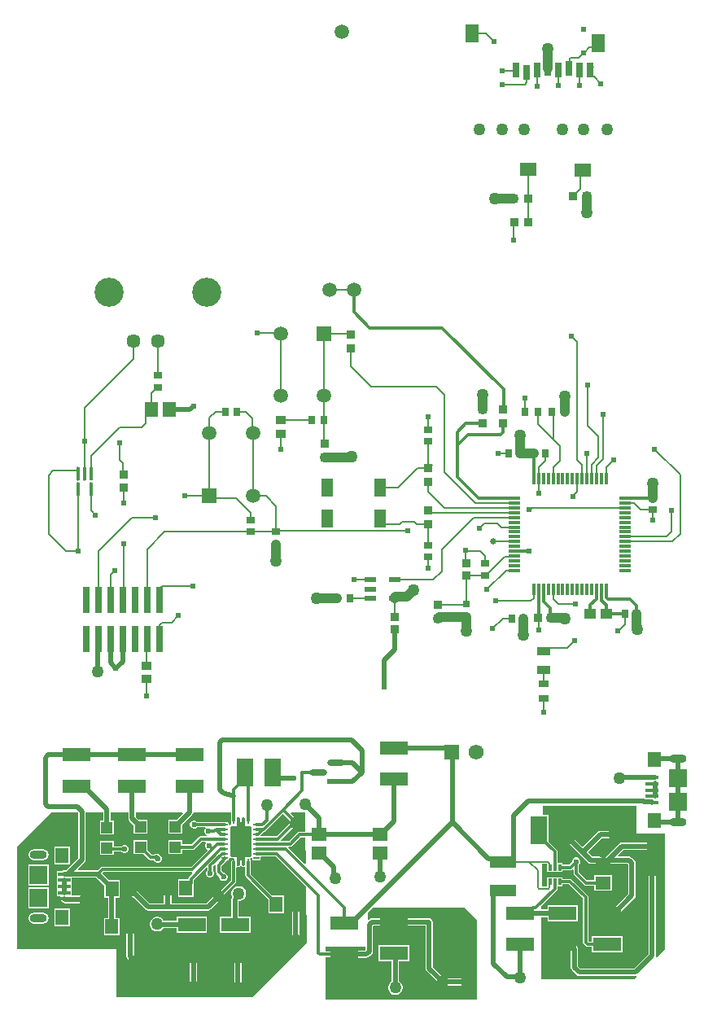
<source format=gtl>
G04*
G04 #@! TF.GenerationSoftware,Altium Limited,Altium Designer,23.4.1 (23)*
G04*
G04 Layer_Physical_Order=1*
G04 Layer_Color=255*
%FSLAX25Y25*%
%MOIN*%
G70*
G04*
G04 #@! TF.SameCoordinates,C2C47735-DA82-4273-8B30-92E5B03AA998*
G04*
G04*
G04 #@! TF.FilePolarity,Positive*
G04*
G01*
G75*
%ADD10C,0.00787*%
%ADD17R,0.02913X0.10984*%
G04:AMPARAMS|DCode=18|XSize=23.62mil|YSize=9.45mil|CornerRadius=1.98mil|HoleSize=0mil|Usage=FLASHONLY|Rotation=0.000|XOffset=0mil|YOffset=0mil|HoleType=Round|Shape=RoundedRectangle|*
%AMROUNDEDRECTD18*
21,1,0.02362,0.00548,0,0,0.0*
21,1,0.01965,0.00945,0,0,0.0*
1,1,0.00397,0.00983,-0.00274*
1,1,0.00397,-0.00983,-0.00274*
1,1,0.00397,-0.00983,0.00274*
1,1,0.00397,0.00983,0.00274*
%
%ADD18ROUNDEDRECTD18*%
G04:AMPARAMS|DCode=19|XSize=71.82mil|YSize=24.33mil|CornerRadius=12.17mil|HoleSize=0mil|Usage=FLASHONLY|Rotation=180.000|XOffset=0mil|YOffset=0mil|HoleType=Round|Shape=RoundedRectangle|*
%AMROUNDEDRECTD19*
21,1,0.07182,0.00000,0,0,180.0*
21,1,0.04749,0.02433,0,0,180.0*
1,1,0.02433,-0.02375,0.00000*
1,1,0.02433,0.02375,0.00000*
1,1,0.02433,0.02375,0.00000*
1,1,0.02433,-0.02375,0.00000*
%
%ADD19ROUNDEDRECTD19*%
%ADD20R,0.04724X0.01181*%
%ADD21R,0.01181X0.04724*%
%ADD22R,0.03150X0.05906*%
%ADD23R,0.07087X0.05512*%
%ADD24R,0.05512X0.07480*%
%ADD25R,0.05315X0.01575*%
%ADD26R,0.05512X0.06299*%
%ADD27R,0.07480X0.07480*%
%ADD28R,0.06150X0.05542*%
%ADD29R,0.11614X0.05709*%
G04:AMPARAMS|DCode=30|XSize=9.45mil|YSize=23.62mil|CornerRadius=1.98mil|HoleSize=0mil|Usage=FLASHONLY|Rotation=0.000|XOffset=0mil|YOffset=0mil|HoleType=Round|Shape=RoundedRectangle|*
%AMROUNDEDRECTD30*
21,1,0.00945,0.01965,0,0,0.0*
21,1,0.00548,0.02362,0,0,0.0*
1,1,0.00397,0.00274,-0.00983*
1,1,0.00397,-0.00274,-0.00983*
1,1,0.00397,-0.00274,0.00983*
1,1,0.00397,0.00274,0.00983*
%
%ADD30ROUNDEDRECTD30*%
%ADD31R,0.05542X0.06150*%
%ADD32R,0.03681X0.03788*%
%ADD33R,0.03772X0.03591*%
%ADD34R,0.03543X0.02953*%
%ADD35R,0.03150X0.03740*%
%ADD36R,0.02953X0.03543*%
%ADD37R,0.03347X0.03543*%
%ADD38R,0.03591X0.03772*%
%ADD39R,0.04724X0.02362*%
%ADD40R,0.03788X0.03681*%
%ADD41R,0.03543X0.03347*%
G04:AMPARAMS|DCode=42|XSize=57.64mil|YSize=14.8mil|CornerRadius=7.4mil|HoleSize=0mil|Usage=FLASHONLY|Rotation=270.000|XOffset=0mil|YOffset=0mil|HoleType=Round|Shape=RoundedRectangle|*
%AMROUNDEDRECTD42*
21,1,0.05764,0.00000,0,0,270.0*
21,1,0.04284,0.01480,0,0,270.0*
1,1,0.01480,0.00000,-0.02142*
1,1,0.01480,0.00000,0.02142*
1,1,0.01480,0.00000,0.02142*
1,1,0.01480,0.00000,-0.02142*
%
%ADD42ROUNDEDRECTD42*%
%ADD43R,0.03740X0.03150*%
%ADD44R,0.02756X0.02559*%
%ADD45R,0.06903X0.11434*%
%ADD46R,0.01221X0.02598*%
%ADD47R,0.04724X0.04724*%
%ADD48R,0.10630X0.04528*%
%ADD49R,0.07182X0.02433*%
%ADD50R,0.03937X0.02953*%
%ADD51R,0.04921X0.04331*%
%ADD52R,0.04134X0.03543*%
%ADD53R,0.05512X0.03543*%
%ADD54R,0.01181X0.04724*%
%ADD55R,0.01480X0.05764*%
%ADD56R,0.05118X0.07480*%
%ADD87C,0.01968*%
%ADD88C,0.07760*%
%ADD89C,0.01968*%
%ADD90C,0.01181*%
%ADD91C,0.03937*%
%ADD92C,0.06201*%
%ADD93R,0.06201X0.06201*%
%ADD94O,0.07087X0.03543*%
%ADD95C,0.05906*%
%ADD96R,0.05906X0.05906*%
%ADD97C,0.05984*%
%ADD98C,0.05693*%
%ADD99C,0.11870*%
%ADD100C,0.02400*%
%ADD101C,0.05000*%
%ADD102C,0.02362*%
%ADD103C,0.02500*%
G36*
X339899Y168499D02*
X340054Y168344D01*
X340138Y168141D01*
X340138Y168032D01*
X340138D01*
X340138Y166516D01*
X340965D01*
Y168032D01*
X340965Y168141D01*
X341048Y168344D01*
X341203Y168499D01*
X341406Y168583D01*
X341516D01*
Y168583D01*
X341752Y168583D01*
X341862D01*
X342064Y168499D01*
X342219Y168344D01*
X342303Y168141D01*
Y168032D01*
X342303D01*
Y164941D01*
X344311Y164941D01*
X344421D01*
X344623Y164857D01*
X344778Y164702D01*
X344862Y164499D01*
Y164390D01*
X344862D01*
X344862Y152933D01*
Y152823D01*
X344778Y152621D01*
X344623Y152466D01*
X344421Y152382D01*
X344311Y152382D01*
X344311D01*
X344311D01*
D01*
X342303Y152382D01*
X342303Y149291D01*
X342303Y149182D01*
X342219Y148979D01*
X342064Y148824D01*
X341862Y148740D01*
X341752Y148740D01*
X341516Y148740D01*
X341406Y148740D01*
X341203Y148824D01*
X341049Y148979D01*
X340965Y149182D01*
Y149291D01*
Y150807D01*
X340138D01*
X340138Y149291D01*
Y149182D01*
X340054Y148979D01*
X339899Y148824D01*
X339696Y148740D01*
X339241D01*
X339038Y148824D01*
X338883Y148979D01*
X338799Y149182D01*
Y149291D01*
X338799Y149291D01*
Y152382D01*
X336682D01*
X336479Y152466D01*
X336324Y152621D01*
X336240Y152823D01*
Y152933D01*
Y152933D01*
Y164390D01*
Y164499D01*
X336324Y164702D01*
X336479Y164857D01*
X336682Y164941D01*
X336791D01*
Y164941D01*
X338799D01*
X338799Y168032D01*
Y168141D01*
X338883Y168344D01*
X339038Y168499D01*
X339241Y168583D01*
X339350D01*
Y168583D01*
X339587Y168583D01*
X339696Y168583D01*
X339899Y168499D01*
D02*
G37*
G36*
X367008Y162885D02*
X366656Y162530D01*
X364568D01*
X364568Y162530D01*
X364142Y162445D01*
X363781Y162204D01*
X360366Y158789D01*
X357132D01*
X356925Y159289D01*
X362264Y164628D01*
X362992D01*
X363571Y164744D01*
X364062Y165072D01*
X364390Y165563D01*
X364506Y166142D01*
X364390Y166721D01*
X364062Y167212D01*
X363571Y167540D01*
X363459Y167562D01*
X361011Y170010D01*
X361202Y170472D01*
X366929D01*
X367008Y162885D01*
D02*
G37*
G36*
X336487Y167126D02*
X336571Y166700D01*
X336612Y166639D01*
Y166143D01*
X336647Y165968D01*
X336652Y165893D01*
X336603Y165767D01*
X336379Y165401D01*
X336272Y165357D01*
X335826Y165518D01*
X335750Y165596D01*
Y165825D01*
X335696Y166098D01*
X335541Y166329D01*
X335310Y166483D01*
X335038Y166537D01*
X334542D01*
X334481Y166578D01*
X334055Y166663D01*
X322722D01*
X322409Y166976D01*
X321791Y167232D01*
X321122D01*
X320504Y166976D01*
X320032Y166504D01*
X319776Y165886D01*
Y165217D01*
X320032Y164599D01*
X320504Y164126D01*
X321122Y163870D01*
X321791D01*
X322409Y164126D01*
X322722Y164439D01*
X325922D01*
X326129Y163939D01*
X325937Y163748D01*
X325681Y163130D01*
Y162461D01*
X325937Y161843D01*
X326410Y161370D01*
X326682Y161258D01*
X326582Y160758D01*
X324213D01*
X323787Y160673D01*
X323426Y160432D01*
X323426Y160432D01*
X320504Y157509D01*
X316528D01*
Y159260D01*
X310803D01*
Y153535D01*
X316528D01*
Y155286D01*
X320964D01*
X320965Y155286D01*
X321390Y155370D01*
X321751Y155611D01*
X324673Y158534D01*
X326075D01*
X326282Y158034D01*
X326134Y157885D01*
X325878Y157267D01*
Y156599D01*
X326134Y155981D01*
X326607Y155508D01*
X326755Y155447D01*
X326852Y154956D01*
X320252Y148356D01*
X283874D01*
X283874Y148356D01*
X283449Y148271D01*
X283088Y148030D01*
X281917Y146860D01*
X274067D01*
X273875Y147322D01*
X276661Y150107D01*
X276661Y150107D01*
X276989Y150598D01*
X277104Y151177D01*
Y170472D01*
X284199D01*
Y167134D01*
X282850D01*
Y161409D01*
X288575D01*
Y167134D01*
X287226D01*
Y170472D01*
X294550D01*
Y168095D01*
X294550Y168095D01*
X294665Y167515D01*
X294993Y167024D01*
X296630Y165387D01*
Y161803D01*
X302354D01*
Y167527D01*
X298770D01*
X297576Y168721D01*
Y170472D01*
X316679D01*
X316870Y170010D01*
X314387Y167527D01*
X310803D01*
Y161803D01*
X316528D01*
Y165387D01*
X320755Y169615D01*
X320755Y169615D01*
X321083Y170106D01*
X321156Y170472D01*
X336487D01*
Y167126D01*
D02*
G37*
G36*
X360946Y166930D02*
X360807Y166721D01*
X360706Y166216D01*
X355248Y160758D01*
X348943D01*
X348735Y161258D01*
X350103Y162625D01*
X350347Y162673D01*
X350707Y162915D01*
X357835Y170042D01*
X360946Y166930D01*
D02*
G37*
G36*
X367145Y149649D02*
X366684Y149455D01*
X360074Y156065D01*
X360281Y156565D01*
X360827D01*
X360827Y156565D01*
X361252Y156650D01*
X361613Y156891D01*
X365028Y160306D01*
X367035D01*
X367145Y149649D01*
D02*
G37*
G36*
X502756Y161811D02*
X514173D01*
Y114567D01*
X510994Y111388D01*
X510533Y111634D01*
X510569Y111811D01*
Y146457D01*
X510453Y147036D01*
X510125Y147527D01*
X509634Y147855D01*
X509055Y147970D01*
X508476Y147855D01*
X507985Y147527D01*
X507657Y147036D01*
X507542Y146457D01*
Y112438D01*
X501735Y106631D01*
X479761D01*
X478777Y107615D01*
Y114567D01*
X478662Y115146D01*
X478334Y115637D01*
X478334Y115637D01*
X476464Y117507D01*
X475973Y117835D01*
X475394Y117950D01*
X475394Y117950D01*
X472441D01*
X471862Y117835D01*
X471371Y117507D01*
X471043Y117016D01*
X470927Y116437D01*
X471043Y115858D01*
X471371Y115367D01*
X471862Y115039D01*
X472441Y114924D01*
X474767D01*
X475750Y113940D01*
Y106988D01*
X475750Y106988D01*
X475866Y106409D01*
X476194Y105918D01*
X478064Y104048D01*
X478064Y104048D01*
X478555Y103720D01*
X479134Y103605D01*
X479134Y103605D01*
X502362D01*
X502362Y103605D01*
X502539Y103640D01*
X502785Y103179D01*
X501968Y102362D01*
X463779D01*
Y127719D01*
X466134D01*
Y125878D01*
X478748D01*
Y132587D01*
X466134D01*
Y130746D01*
X463779D01*
Y132286D01*
X469948Y138454D01*
X470189Y138815D01*
X470273Y139240D01*
X470273Y139240D01*
Y140398D01*
X472240D01*
Y141085D01*
X474980D01*
X480778Y135287D01*
Y117227D01*
X480778Y117227D01*
X480863Y116802D01*
X481104Y116441D01*
X481795Y115749D01*
X481795Y115749D01*
X482156Y115508D01*
X482582Y115424D01*
X482582Y115424D01*
X484244D01*
Y113083D01*
X496858D01*
Y119791D01*
X484244D01*
Y117647D01*
X483042D01*
X483002Y117688D01*
Y135748D01*
X483002Y135748D01*
X482917Y136174D01*
X482676Y136534D01*
X476227Y142983D01*
X475867Y143224D01*
X475441Y143309D01*
X475441Y143309D01*
X472240D01*
Y143996D01*
X466083D01*
Y142068D01*
X466065Y141980D01*
Y140281D01*
X464182D01*
X463830Y140637D01*
X463923Y149483D01*
X465902D01*
X466065Y149319D01*
Y148201D01*
X466083Y148113D01*
Y146185D01*
X472240D01*
Y146872D01*
X475543D01*
X475543Y146872D01*
X475969Y146957D01*
X476330Y147198D01*
X476379Y147247D01*
X476841Y147056D01*
Y145669D01*
X476841Y145669D01*
X476926Y145244D01*
X477167Y144883D01*
X481104Y140946D01*
X481104Y140946D01*
X481464Y140705D01*
X481890Y140620D01*
X485401D01*
Y138461D01*
X492551D01*
Y145003D01*
X485401D01*
Y142844D01*
X482350D01*
X479065Y146130D01*
Y149128D01*
X479378Y149441D01*
X479634Y150059D01*
Y150728D01*
X479378Y151346D01*
X478905Y151819D01*
X478287Y152075D01*
X477618D01*
X477001Y151819D01*
X476528Y151346D01*
X476272Y150728D01*
Y150285D01*
X475083Y149096D01*
X472240D01*
Y149783D01*
X470273D01*
Y154449D01*
X470273Y154449D01*
X470189Y154875D01*
X469948Y155236D01*
X469948Y155236D01*
X466627Y158556D01*
Y169418D01*
X464489D01*
X464137Y169773D01*
X464173Y173228D01*
X502756D01*
Y161811D01*
D02*
G37*
G36*
X391695Y114280D02*
X391429Y114013D01*
X383071D01*
X382492Y113898D01*
X382063Y113612D01*
X375197D01*
Y115551D01*
X391695Y115551D01*
Y114280D01*
D02*
G37*
G36*
X437402Y126575D02*
Y93898D01*
X375197D01*
Y111388D01*
X382063D01*
X382492Y111102D01*
X383071Y110987D01*
X392056D01*
X392056Y110987D01*
X392635Y111102D01*
X393126Y111430D01*
X394279Y112583D01*
X394279Y112583D01*
X394607Y113074D01*
X394722Y113653D01*
Y123909D01*
X394989Y124176D01*
X416203D01*
Y106693D01*
X416203Y106693D01*
X416318Y106114D01*
X416646Y105623D01*
X422158Y100111D01*
X422158Y100111D01*
X422649Y99783D01*
X423228Y99668D01*
X423228Y99668D01*
X433071D01*
X433650Y99783D01*
X434141Y100111D01*
X434469Y100602D01*
X434584Y101181D01*
X434469Y101760D01*
X434141Y102251D01*
X433650Y102579D01*
X433071Y102694D01*
X423855D01*
X419230Y107320D01*
Y125689D01*
X419115Y126268D01*
X418787Y126759D01*
X418296Y127087D01*
X417717Y127202D01*
X394362D01*
X393783Y127087D01*
X393292Y126759D01*
X393292Y126759D01*
X392982Y126449D01*
X392520Y126640D01*
Y129651D01*
X394562Y131693D01*
X432283D01*
X437402Y126575D01*
D02*
G37*
G36*
X274077Y170267D02*
Y151804D01*
X269133Y146860D01*
X268283D01*
X267704Y146745D01*
X267538Y146634D01*
X265126D01*
Y144059D01*
Y141500D01*
Y138941D01*
Y136382D01*
X266747D01*
X267014Y135882D01*
X266885Y135689D01*
X266770Y135110D01*
X266885Y134531D01*
X267213Y134040D01*
X267410Y133843D01*
X267410Y133843D01*
X267901Y133515D01*
X268480Y133400D01*
X268480Y133400D01*
X275964D01*
X276192Y133247D01*
X276772Y133132D01*
X277351Y133247D01*
X277842Y133576D01*
X278170Y134067D01*
X278285Y134646D01*
X278170Y135225D01*
X277842Y135716D01*
X277574Y135983D01*
X277083Y136311D01*
X276504Y136427D01*
X276504Y136427D01*
X271441D01*
Y138941D01*
Y143833D01*
X281350D01*
X284523Y140659D01*
Y135649D01*
X286273D01*
Y127343D01*
X284508D01*
Y120193D01*
X291050D01*
Y127343D01*
X289300D01*
Y135649D01*
X291066D01*
Y142799D01*
X286664D01*
X283833Y145630D01*
X284335Y146132D01*
X320679D01*
X320746Y146056D01*
X320917Y145663D01*
X319435Y144181D01*
X319194Y143820D01*
X319110Y143395D01*
X318757Y143091D01*
X314840D01*
Y135941D01*
X321382D01*
Y142983D01*
X326454Y148055D01*
X326916Y147864D01*
Y147010D01*
X326528Y146622D01*
X326272Y146004D01*
Y145335D01*
X326528Y144717D01*
X327000Y144244D01*
X327618Y143988D01*
X328287D01*
X328905Y144244D01*
X329378Y144717D01*
X329634Y145335D01*
Y146004D01*
X329378Y146622D01*
X329140Y146860D01*
Y148363D01*
X329924Y149147D01*
X330385Y148901D01*
X330384Y148898D01*
X330384Y148898D01*
Y146170D01*
X330384Y146169D01*
X330469Y145744D01*
X330710Y145383D01*
X331784Y144310D01*
Y143760D01*
X332039Y143142D01*
X332512Y142669D01*
X333130Y142413D01*
X333799D01*
X334417Y142669D01*
X334890Y143142D01*
X335146Y143760D01*
Y144429D01*
X334890Y145047D01*
X334417Y145520D01*
X333799Y145776D01*
X333463D01*
X332608Y146630D01*
Y148437D01*
X334841Y150670D01*
X334918Y150786D01*
X335038D01*
X335310Y150840D01*
X335541Y150994D01*
X335696Y151225D01*
X335750Y151498D01*
Y151727D01*
X335826Y151805D01*
X336272Y151966D01*
X336475Y151882D01*
X336582D01*
X336682Y151841D01*
X337694D01*
X337707Y151797D01*
X337689Y151713D01*
X337351Y151260D01*
X337173Y151224D01*
X336812Y150983D01*
X336571Y150622D01*
X336487Y150197D01*
Y142783D01*
X331422Y137719D01*
X330917Y137619D01*
X330426Y137291D01*
X326511Y133375D01*
X312143D01*
Y139499D01*
X312143Y139499D01*
X312028Y140078D01*
X311700Y140569D01*
X311684Y140586D01*
X311193Y140914D01*
X310613Y141029D01*
X310034Y140914D01*
X309543Y140586D01*
X309215Y140095D01*
X309100Y139516D01*
X309117Y139433D01*
Y133375D01*
X303281D01*
X298453Y138204D01*
X297962Y138532D01*
X297786Y138567D01*
X296725Y139628D01*
X296690Y139804D01*
X296362Y140295D01*
X295871Y140622D01*
X295292Y140738D01*
X294713Y140622D01*
X294222Y140295D01*
X293894Y139804D01*
X293779Y139224D01*
Y138921D01*
X293779Y138920D01*
X293894Y138341D01*
X294222Y137850D01*
X296009Y136064D01*
X296009Y136064D01*
X296500Y135735D01*
X296676Y135701D01*
X301585Y130792D01*
X301585Y130792D01*
X302076Y130464D01*
X302655Y130349D01*
X302655Y130349D01*
X327137D01*
X327137Y130349D01*
X327716Y130464D01*
X328207Y130792D01*
X332566Y135150D01*
X332894Y135641D01*
X332995Y136147D01*
X338385Y141536D01*
X338385Y141537D01*
X338626Y141897D01*
X338710Y142323D01*
Y147833D01*
X338811Y147959D01*
X339021Y148138D01*
X339210Y148212D01*
X339241Y148199D01*
X339696D01*
X339796Y148240D01*
X339903D01*
X340106Y148324D01*
X340182Y148400D01*
X340202Y148409D01*
X340283Y148441D01*
X340819Y148441D01*
X340900Y148409D01*
X340920Y148400D01*
X340996Y148324D01*
X341199Y148240D01*
X341307Y148240D01*
X341406Y148199D01*
X341516Y148199D01*
X341516Y148199D01*
X341516Y148199D01*
X341752Y148199D01*
X341862Y148199D01*
X341892Y148212D01*
X342180Y148100D01*
X342392Y147833D01*
Y144843D01*
X342392Y144843D01*
X342477Y144417D01*
X342718Y144056D01*
X351846Y134928D01*
Y129350D01*
X358389D01*
Y136500D01*
X353419D01*
X344616Y145303D01*
Y150197D01*
X344531Y150622D01*
X344490Y150684D01*
Y151180D01*
X344455Y151355D01*
X344450Y151430D01*
X344499Y151556D01*
X344724Y151922D01*
X344830Y151966D01*
X345276Y151805D01*
X345352Y151727D01*
Y151498D01*
X345407Y151225D01*
X345561Y150994D01*
X345792Y150840D01*
X346064Y150786D01*
X348030D01*
X348302Y150840D01*
X348533Y150994D01*
X348688Y151225D01*
X348742Y151498D01*
Y152046D01*
X349115Y152510D01*
X354972D01*
X367242Y140240D01*
X367481Y117188D01*
X345313Y94788D01*
X289764D01*
Y114473D01*
X248819D01*
Y156299D01*
X262992Y170472D01*
X273872D01*
X274077Y170267D01*
D02*
G37*
%LPC*%
G36*
X341752Y148740D02*
X341752D01*
D01*
X341752D01*
D02*
G37*
G36*
X288575Y158866D02*
X282850D01*
Y153142D01*
X288575D01*
Y154475D01*
X291573D01*
X291961Y154087D01*
X292579Y153831D01*
X293248D01*
X293866Y154087D01*
X294338Y154560D01*
X294595Y155177D01*
Y155846D01*
X294338Y156464D01*
X293866Y156937D01*
X293248Y157193D01*
X292579D01*
X291961Y156937D01*
X291723Y156699D01*
X288575D01*
Y158866D01*
D02*
G37*
G36*
X302354Y159260D02*
X296630D01*
Y153535D01*
X300782D01*
X302949Y151369D01*
X302949Y151369D01*
X303309Y151128D01*
X303735Y151043D01*
X303735Y151043D01*
X305085D01*
X305100Y151028D01*
X305268Y150622D01*
X305741Y150150D01*
X306359Y149894D01*
X307027D01*
X307645Y150150D01*
X308118Y150622D01*
X308374Y151240D01*
Y151909D01*
X308118Y152527D01*
X307645Y153000D01*
X307240Y153168D01*
X307183Y153225D01*
X306692Y153553D01*
X306113Y153668D01*
X305534Y153553D01*
X305105Y153267D01*
X304195D01*
X302354Y155108D01*
Y159260D01*
D02*
G37*
G36*
X473899Y164714D02*
X473320Y164599D01*
X472829Y164271D01*
X472501Y163780D01*
X472386Y163201D01*
Y160935D01*
X472386Y160935D01*
X472501Y160356D01*
X472829Y159865D01*
X479536Y153158D01*
X479536Y153158D01*
X482764Y149930D01*
X482764Y149930D01*
X483255Y149602D01*
X483834Y149487D01*
X483834Y149487D01*
X486811D01*
X487561Y148736D01*
X487578Y148651D01*
X487906Y148160D01*
X488397Y147832D01*
X488976Y147717D01*
X489280D01*
X489280Y147716D01*
X489859Y147832D01*
X490350Y148160D01*
X491627Y149436D01*
X499007D01*
X499274Y149169D01*
Y137143D01*
X492877Y130746D01*
X490551D01*
X489972Y130630D01*
X489481Y130302D01*
X489153Y129811D01*
X489038Y129232D01*
X489153Y128653D01*
X489481Y128162D01*
X489972Y127834D01*
X490551Y127719D01*
X493504D01*
X493504Y127719D01*
X494083Y127834D01*
X494574Y128162D01*
X501858Y135446D01*
X502185Y135937D01*
X502301Y136516D01*
X502301Y136516D01*
Y149796D01*
X502185Y150375D01*
X501858Y150866D01*
X501858Y150866D01*
X500704Y152019D01*
X500213Y152347D01*
X499634Y152463D01*
X499634Y152463D01*
X495306D01*
X495115Y152925D01*
X497370Y155180D01*
X509055D01*
X509634Y155295D01*
X510125Y155623D01*
X510453Y156114D01*
X510569Y156693D01*
X510453Y157272D01*
X510125Y157763D01*
X509634Y158091D01*
X509055Y158206D01*
X496743D01*
X496164Y158091D01*
X495673Y157763D01*
X495673Y157763D01*
X490293Y152382D01*
X490117Y152347D01*
X489626Y152019D01*
X489092Y151486D01*
X488508Y152070D01*
X488017Y152399D01*
X487437Y152514D01*
X487437Y152514D01*
X484461D01*
X482746Y154228D01*
X488481Y159963D01*
X492972D01*
X492973Y159963D01*
X493552Y160078D01*
X494042Y160406D01*
X494377Y160741D01*
X494705Y161232D01*
X494820Y161811D01*
X494705Y162390D01*
X494377Y162881D01*
X493886Y163209D01*
X493307Y163324D01*
X492728Y163209D01*
X492400Y162990D01*
X487854D01*
X487275Y162874D01*
X486784Y162547D01*
X486784Y162546D01*
X480606Y156369D01*
X475413Y161562D01*
Y163201D01*
X475297Y163780D01*
X474969Y164271D01*
X474478Y164599D01*
X473899Y164714D01*
D02*
G37*
G36*
X409457Y116248D02*
X396843D01*
Y109539D01*
X402424D01*
Y101409D01*
X402095Y101219D01*
X401536Y100661D01*
X401141Y99977D01*
X400937Y99214D01*
Y98424D01*
X401141Y97661D01*
X401536Y96977D01*
X402095Y96418D01*
X402779Y96023D01*
X403542Y95819D01*
X404332D01*
X405095Y96023D01*
X405779Y96418D01*
X406338Y96977D01*
X406733Y97661D01*
X406937Y98424D01*
Y99214D01*
X406733Y99977D01*
X406338Y100661D01*
X405779Y101219D01*
X405450Y101409D01*
Y109539D01*
X409457D01*
Y116248D01*
D02*
G37*
G36*
X259524Y155537D02*
X255980D01*
X255094Y155360D01*
X254343Y154858D01*
X253840Y154107D01*
X253664Y153220D01*
X253840Y152334D01*
X254343Y151583D01*
X255094Y151081D01*
X255980Y150904D01*
X259524D01*
X260410Y151081D01*
X261161Y151583D01*
X261664Y152334D01*
X261840Y153220D01*
X261664Y154107D01*
X261161Y154858D01*
X260410Y155360D01*
X259524Y155537D01*
D02*
G37*
G36*
X270654Y156476D02*
X264142D01*
Y149177D01*
X270654D01*
Y156476D01*
D02*
G37*
G36*
X261992Y149193D02*
X253512D01*
Y140713D01*
X261992D01*
Y149193D01*
D02*
G37*
G36*
Y139744D02*
X253512D01*
Y131264D01*
X261992D01*
Y139744D01*
D02*
G37*
G36*
X326780Y127862D02*
X314165D01*
Y126169D01*
X308975D01*
X308700Y126645D01*
X308141Y127204D01*
X307457Y127599D01*
X306694Y127803D01*
X305904D01*
X305141Y127599D01*
X304457Y127204D01*
X303899Y126645D01*
X303504Y125961D01*
X303299Y125198D01*
Y124408D01*
X303504Y123645D01*
X303899Y122961D01*
X304457Y122403D01*
X305141Y122008D01*
X305904Y121803D01*
X306694D01*
X307457Y122008D01*
X308141Y122403D01*
X308700Y122961D01*
X308804Y123142D01*
X314165D01*
Y121154D01*
X326780D01*
Y127862D01*
D02*
G37*
G36*
X259524Y129552D02*
X255980D01*
X255094Y129376D01*
X254343Y128874D01*
X253840Y128123D01*
X253664Y127236D01*
X253840Y126350D01*
X254343Y125598D01*
X255094Y125096D01*
X255980Y124920D01*
X259524D01*
X260410Y125096D01*
X261161Y125598D01*
X261664Y126350D01*
X261840Y127236D01*
X261664Y128123D01*
X261161Y128874D01*
X260410Y129376D01*
X259524Y129552D01*
D02*
G37*
G36*
X270654Y131280D02*
X264142D01*
Y123980D01*
X270654D01*
Y131280D01*
D02*
G37*
G36*
X340159Y140402D02*
X339369D01*
X338606Y140197D01*
X337922Y139802D01*
X337363Y139244D01*
X336968Y138559D01*
X336764Y137796D01*
Y137007D01*
X336968Y136244D01*
X337090Y136033D01*
X336791Y135585D01*
X336676Y135006D01*
X336676Y135006D01*
Y127862D01*
X331882D01*
Y121154D01*
X344496D01*
Y127862D01*
X339702D01*
Y134380D01*
X339724Y134402D01*
X340159D01*
X340922Y134606D01*
X341606Y135001D01*
X342164Y135559D01*
X342559Y136244D01*
X342764Y137007D01*
Y137796D01*
X342559Y138559D01*
X342164Y139244D01*
X341606Y139802D01*
X340922Y140197D01*
X340159Y140402D01*
D02*
G37*
G36*
X362615Y134439D02*
X362036Y134323D01*
X361545Y133995D01*
X361217Y133504D01*
X361102Y132925D01*
X361217Y132346D01*
X361487Y131941D01*
Y118496D01*
X361487Y118496D01*
X361602Y117917D01*
X361930Y117426D01*
X362316Y117040D01*
X362807Y116712D01*
X363386Y116597D01*
X363965Y116712D01*
X364456Y117040D01*
X364784Y117531D01*
X364899Y118110D01*
X364784Y118689D01*
X364514Y119094D01*
Y132540D01*
X364514Y132540D01*
X364399Y133119D01*
X364070Y133610D01*
X364070Y133610D01*
X363685Y133995D01*
X363194Y134323D01*
X362615Y134439D01*
D02*
G37*
G36*
X295276Y125281D02*
X294697Y125166D01*
X294206Y124838D01*
X293878Y124347D01*
X293763Y123768D01*
Y111450D01*
X293763Y111450D01*
X293878Y110870D01*
X294206Y110379D01*
X294943Y109642D01*
Y109449D01*
X295059Y108870D01*
X295387Y108379D01*
X295878Y108051D01*
X296457Y107936D01*
X297036Y108051D01*
X297527Y108379D01*
X297855Y108870D01*
X297970Y109449D01*
Y110269D01*
X297970Y110269D01*
X297855Y110848D01*
X297527Y111339D01*
X297527Y111339D01*
X296790Y112076D01*
Y123768D01*
X296674Y124347D01*
X296346Y124838D01*
X295855Y125166D01*
X295276Y125281D01*
D02*
G37*
G36*
X320472Y113226D02*
X319893Y113111D01*
X319402Y112783D01*
X319402Y112783D01*
X319058Y112438D01*
X318730Y111947D01*
X318615Y111368D01*
X318730Y110789D01*
X319058Y110298D01*
X319549Y109970D01*
X319746Y109931D01*
Y99213D01*
X319862Y98633D01*
X320190Y98142D01*
X320681Y97815D01*
X321260Y97699D01*
X321839Y97815D01*
X322330Y98142D01*
X322658Y98633D01*
X322773Y99213D01*
Y110925D01*
X322658Y111504D01*
X322330Y111995D01*
X322330Y111995D01*
X321543Y112783D01*
X321052Y113111D01*
X320472Y113226D01*
D02*
G37*
G36*
X338189Y113226D02*
X337610Y113111D01*
X337119Y112783D01*
X336791Y112292D01*
X336676Y111713D01*
X336791Y111133D01*
X337119Y110642D01*
X337857Y109905D01*
Y98819D01*
X337972Y98240D01*
X338300Y97749D01*
X338791Y97421D01*
X339370Y97306D01*
X339949Y97421D01*
X340440Y97749D01*
X340768Y98240D01*
X340883Y98819D01*
Y110531D01*
X340883Y110531D01*
X340768Y111110D01*
X340440Y111601D01*
X339259Y112783D01*
X338768Y113111D01*
X338189Y113226D01*
D02*
G37*
%LPD*%
D10*
X451083Y150394D02*
X458661D01*
X462205Y139831D02*
Y146851D01*
X462666Y139370D02*
X466515D01*
X466976Y139831D02*
Y141980D01*
X466515Y139370D02*
X466976Y139831D01*
X462205D02*
X462666Y139370D01*
X458661Y150394D02*
X462205Y146851D01*
X458661Y150394D02*
X466279D01*
X466976Y141980D02*
X467193Y142197D01*
X466976Y148201D02*
X467193Y147984D01*
X466279Y150394D02*
X466976Y149697D01*
Y148201D02*
Y149697D01*
X276673Y322736D02*
X276772Y322835D01*
Y336220D01*
X279134Y309213D02*
Y316468D01*
X290945Y314961D02*
Y322047D01*
Y314961D02*
X292292Y313614D01*
Y309086D02*
Y313614D01*
Y309086D02*
X292520Y308858D01*
X291012Y328346D02*
X300000D01*
X279134Y316468D02*
X291012Y328346D01*
X276673Y309312D02*
Y322736D01*
X276575Y309213D02*
X276673Y309312D01*
X261811Y308661D02*
X263678Y310529D01*
X273696D01*
X261811Y284646D02*
Y308661D01*
X274016Y309213D02*
Y310209D01*
X273696Y310529D02*
X274016Y310209D01*
X261811Y284646D02*
X268898Y277559D01*
X274016D01*
X435138Y489567D02*
X435169Y489536D01*
X441074D01*
X444390Y486220D01*
X476552Y422835D02*
X479528Y425810D01*
Y432709D02*
X480524Y433705D01*
X479528Y425810D02*
Y432709D01*
X468504Y307087D02*
X468504Y307087D01*
Y311811D01*
X303921Y335579D02*
Y342208D01*
X306398Y344685D01*
X301543Y333201D02*
X303921Y335579D01*
X301543Y329889D02*
Y333201D01*
X300000Y328346D02*
X301543Y329889D01*
X483760Y473032D02*
Y474803D01*
X385055Y366732D02*
X386220Y365567D01*
X309449Y285433D02*
X355118D01*
X355118D01*
X446063Y317717D02*
X450394D01*
X464567Y211417D02*
Y217323D01*
X417323Y327165D02*
Y332677D01*
X450394Y317717D02*
X450394D01*
X432677Y272835D02*
X432874Y272638D01*
X432677Y277953D02*
X432983Y277647D01*
X438495D02*
X440551Y275591D01*
Y272441D02*
Y275591D01*
X432983Y277647D02*
X438495D01*
X327756Y300197D02*
Y325787D01*
X327559Y300394D02*
X327756Y300197D01*
Y325787D02*
Y332087D01*
X330315Y334646D01*
X334252D01*
X387008Y265748D02*
X393701D01*
X417323Y270472D02*
Y275197D01*
X462598Y301181D02*
Y307087D01*
X443701Y245768D02*
X447835Y249902D01*
X451476D01*
X344488Y290157D02*
Y293307D01*
X328839Y299114D02*
X338681D01*
X327756Y300197D02*
X328839Y299114D01*
X338681D02*
X344488Y293307D01*
X452362Y412205D02*
X452457Y412299D01*
X452362Y404823D02*
Y412205D01*
X356890Y341142D02*
Y366732D01*
X276772Y336220D02*
X296772Y356220D01*
Y363465D01*
X457087Y334646D02*
X457087Y334646D01*
X457087Y334646D02*
Y340157D01*
X462598Y245276D02*
Y250000D01*
X462451Y250148D02*
X462598Y250000D01*
X498032Y247627D02*
Y251969D01*
X495385Y244980D02*
X498032Y247627D01*
X494882Y244980D02*
X495385D01*
X465354Y314567D02*
Y317717D01*
X462598Y307087D02*
Y311811D01*
X465354Y314567D01*
X485163Y483883D02*
X486909Y485630D01*
X483434Y483883D02*
X485163D01*
X480807Y481693D02*
X481243D01*
X483434Y483883D01*
X475219Y479156D02*
X475787Y479724D01*
X475098Y475197D02*
X475219Y475318D01*
X475787Y479724D02*
X478839D01*
X480807Y481693D01*
X475219Y475318D02*
Y479156D01*
X498031Y297244D02*
X501575D01*
X504331Y294488D02*
X509449D01*
X501575Y297244D02*
X504331Y294488D01*
X509449Y290157D02*
Y294488D01*
X317717Y300394D02*
X327559D01*
X347244Y366929D02*
X347343Y366831D01*
X356791D02*
X356890Y366732D01*
X347343Y366831D02*
X356791D01*
X301969Y218110D02*
Y225197D01*
X357087Y319291D02*
Y325590D01*
X432677Y272835D02*
Y277953D01*
X282244Y259331D02*
Y277520D01*
X287402Y267892D02*
X288976Y269467D01*
X287402Y259488D02*
Y267892D01*
X288976Y269467D02*
Y269685D01*
X292520Y259606D02*
Y280709D01*
X292244Y259331D02*
X292520Y259606D01*
X287244Y259331D02*
X287402Y259488D01*
X306772Y349685D02*
Y363465D01*
X306693Y349606D02*
X306772Y349685D01*
X412705Y288476D02*
X417323D01*
X399803D02*
X405512D01*
X411524Y289657D02*
X412705Y288476D01*
X406693Y289657D02*
X411524D01*
X405512Y288476D02*
X406693Y289657D01*
X355512Y285827D02*
X409055D01*
X355118Y285433D02*
X355512Y285827D01*
X510039Y319291D02*
X520472Y308858D01*
Y284646D02*
Y308858D01*
X517323Y281496D02*
X520472Y284646D01*
X417323Y279921D02*
Y288476D01*
X397638Y290642D02*
X399803Y288476D01*
X397638Y290642D02*
Y290945D01*
X468504Y311811D02*
X471260Y314567D01*
Y320571D01*
X468504Y323327D02*
X471260Y320571D01*
X468504Y307087D02*
X468504D01*
X424016Y295276D02*
X452756D01*
X417323Y301968D02*
X424016Y295276D01*
X436614Y297244D02*
X452756D01*
X423917Y309941D02*
X436614Y297244D01*
X423917Y309941D02*
Y341437D01*
X417323Y301968D02*
Y305799D01*
X345472Y300197D02*
Y325787D01*
X374606Y341142D02*
Y366732D01*
X376890Y384409D02*
X386890D01*
X483760Y473032D02*
X484941Y471850D01*
X485138D02*
X487992Y468996D01*
X484941Y471850D02*
X485138D01*
X468504Y323327D02*
Y334055D01*
X462205Y329626D02*
Y334646D01*
Y329626D02*
X468504Y323327D01*
X420472Y344882D02*
X423917Y341437D01*
X478346Y314961D02*
Y363189D01*
Y314961D02*
X480315Y312992D01*
X475984Y365551D02*
X478346Y363189D01*
X307244Y262323D02*
X308307Y263386D01*
X307244Y259331D02*
Y262323D01*
X308307Y263386D02*
X320866D01*
X394094Y344882D02*
X420472D01*
X385638Y353339D02*
Y360425D01*
Y353339D02*
X394094Y344882D01*
X374606Y366732D02*
X385055D01*
X374508Y321949D02*
X374803Y321654D01*
X374606Y331299D02*
Y341142D01*
X374508Y321949D02*
Y331201D01*
X374606Y331299D01*
X357185Y331201D02*
X369783D01*
X357087Y331102D02*
X357185Y331201D01*
X488976Y315189D02*
Y333465D01*
X486220Y312433D02*
X488976Y315189D01*
X490157Y311811D02*
X493307Y314961D01*
X482677Y328929D02*
X487008Y324598D01*
X482677Y328929D02*
Y345571D01*
X483760Y474803D02*
X484941Y475984D01*
X479429Y468209D02*
Y474409D01*
X452264Y476292D02*
X453445Y475111D01*
X458169Y421850D02*
Y433858D01*
X447736Y474311D02*
X453346D01*
X447736Y473917D02*
Y474311D01*
Y473917D02*
X448130Y473524D01*
X447638Y468701D02*
X457019D01*
X470768Y468286D02*
Y474409D01*
X453445D02*
Y475111D01*
X453346Y474311D02*
X453445Y474409D01*
X462106Y467815D02*
Y474409D01*
X457019Y468701D02*
X457776Y469457D01*
Y473622D01*
X458169Y412311D02*
X458181Y412299D01*
X458169Y412311D02*
Y421850D01*
X459449Y257087D02*
X460622Y258260D01*
Y261803D01*
X460630Y261811D01*
X468504Y257776D02*
X470472Y255807D01*
X468504Y257776D02*
Y261811D01*
X470472Y255807D02*
X477461D01*
X477362Y240748D02*
Y240846D01*
X474409Y237795D02*
X477362Y240748D01*
X465945Y237795D02*
X474409D01*
X464567Y236417D02*
X465945Y237795D01*
X459885Y295276D02*
X498031D01*
X459098Y294488D02*
X459885Y295276D01*
X458661Y294488D02*
X459098D01*
X302244Y278228D02*
X309449Y285433D01*
X302244Y259331D02*
Y278228D01*
X296063Y291339D02*
X305512D01*
X282244Y277520D02*
X296063Y291339D01*
X478346Y301793D02*
Y307087D01*
X476772Y300000D02*
Y300218D01*
X478346Y301793D01*
X438189Y287008D02*
X440157Y288976D01*
X444095Y281496D02*
X452756D01*
X444094Y281496D02*
X444095Y281496D01*
X490157Y307087D02*
Y311811D01*
X292520Y297244D02*
Y303740D01*
X279134Y294094D02*
X281102Y292126D01*
X279134Y294094D02*
Y302756D01*
X274016Y277559D02*
Y302756D01*
X486220Y307087D02*
Y312433D01*
X307244Y243307D02*
Y247343D01*
X308307Y248406D01*
X312185D01*
X314961Y251181D01*
X444882Y257087D02*
X459449D01*
X301969Y243032D02*
X302244Y243307D01*
X301969Y230709D02*
Y243032D01*
X435827Y291339D02*
X452756D01*
X422835Y269291D02*
Y278346D01*
X435827Y291339D01*
X418216Y293307D02*
X452756D01*
X385622Y366134D02*
X385638Y366150D01*
X355118Y285433D02*
Y296063D01*
X350984Y300197D02*
X355118Y296063D01*
X345472Y300197D02*
X350984D01*
X345276Y325984D02*
X345472Y325787D01*
X345276Y325984D02*
Y331890D01*
X342520Y334646D02*
X345276Y331890D01*
X338976Y334646D02*
X342520D01*
X432874Y267520D02*
X433071Y267323D01*
X432874Y267520D02*
X440354D01*
X440846Y267717D02*
X448524Y275394D01*
X452559D01*
X452756Y275591D01*
X441339Y261811D02*
X449213Y269685D01*
X452756D01*
X403543Y265748D02*
X419291D01*
X422835Y269291D01*
X433071Y255906D02*
Y267323D01*
X418725Y312925D02*
X418815D01*
X413098Y311524D02*
X417323D01*
Y322441D01*
X405118Y303543D02*
X413098Y311524D01*
X397638Y303543D02*
X405118D01*
X385236Y258268D02*
X393701D01*
X440157Y288976D02*
X445669D01*
X447244Y287402D02*
X452756D01*
X445669Y288976D02*
X447244Y287402D01*
X417323Y294201D02*
X418216Y293307D01*
X516929Y285465D02*
Y294094D01*
X514929Y283465D02*
X516929Y285465D01*
X498031Y281496D02*
X517323D01*
X464567Y223228D02*
Y228937D01*
X421260Y255618D02*
X432783D01*
X433071Y255906D01*
X403543Y250591D02*
Y258268D01*
X498031Y283465D02*
X514929D01*
X484252Y312992D02*
X487008Y315748D01*
X480315Y312008D02*
Y312992D01*
X480315Y312008D02*
X480315D01*
X480315Y307087D02*
Y312008D01*
X484252Y307087D02*
Y312992D01*
X482283Y307087D02*
Y317622D01*
X487008Y315748D02*
Y324598D01*
D17*
X277126Y241594D02*
D03*
Y257618D02*
D03*
X297126Y241594D02*
D03*
Y257618D02*
D03*
X302126Y241594D02*
D03*
Y257618D02*
D03*
X307126Y241594D02*
D03*
Y257618D02*
D03*
X292126D02*
D03*
Y241594D02*
D03*
X287126Y257618D02*
D03*
Y241594D02*
D03*
X282126Y257618D02*
D03*
Y241594D02*
D03*
D18*
X347047Y161614D02*
D03*
Y163583D02*
D03*
X334055Y165551D02*
D03*
Y163583D02*
D03*
Y161614D02*
D03*
Y159646D02*
D03*
Y157677D02*
D03*
Y155709D02*
D03*
Y153740D02*
D03*
Y151772D02*
D03*
X347047D02*
D03*
Y153740D02*
D03*
Y155709D02*
D03*
Y157677D02*
D03*
Y159646D02*
D03*
Y165551D02*
D03*
D19*
X372204Y187008D02*
D03*
X379765Y190748D02*
D03*
D20*
X452756Y297244D02*
D03*
X498031Y299213D02*
D03*
Y297244D02*
D03*
X452756Y277559D02*
D03*
Y299213D02*
D03*
Y295276D02*
D03*
Y293307D02*
D03*
Y291339D02*
D03*
Y289370D02*
D03*
Y287402D02*
D03*
Y285433D02*
D03*
Y283465D02*
D03*
Y281496D02*
D03*
Y279528D02*
D03*
Y275591D02*
D03*
Y273622D02*
D03*
Y271654D02*
D03*
Y269685D02*
D03*
X498031D02*
D03*
Y271654D02*
D03*
Y273622D02*
D03*
Y275591D02*
D03*
Y277559D02*
D03*
Y279528D02*
D03*
Y281496D02*
D03*
Y283465D02*
D03*
Y285433D02*
D03*
Y287402D02*
D03*
Y289370D02*
D03*
Y291339D02*
D03*
Y293307D02*
D03*
Y295276D02*
D03*
D21*
X468504Y307087D02*
D03*
X490157Y261811D02*
D03*
X464567D02*
D03*
X460630Y307087D02*
D03*
X462598D02*
D03*
X488189Y261811D02*
D03*
X462598D02*
D03*
X460630D02*
D03*
X466535D02*
D03*
X468504D02*
D03*
X470472D02*
D03*
X472441D02*
D03*
X474409D02*
D03*
X476378D02*
D03*
X478346D02*
D03*
X480315D02*
D03*
X482283D02*
D03*
X484252D02*
D03*
X486220D02*
D03*
X490157Y307087D02*
D03*
X488189D02*
D03*
X486220D02*
D03*
X484252D02*
D03*
X482283D02*
D03*
X480315D02*
D03*
X478346D02*
D03*
X476378D02*
D03*
X472441D02*
D03*
X470472D02*
D03*
X466535D02*
D03*
X464567D02*
D03*
D22*
X453445Y474409D02*
D03*
X457776Y473622D02*
D03*
X462106Y474409D02*
D03*
X466437Y475197D02*
D03*
X470768Y474409D02*
D03*
X475098Y475197D02*
D03*
X479429Y474409D02*
D03*
X483760D02*
D03*
D23*
X480524Y433705D02*
D03*
X458169Y433858D02*
D03*
D24*
X435138Y489567D02*
D03*
X486909Y485630D02*
D03*
D25*
X268283Y145346D02*
D03*
Y142787D02*
D03*
Y140228D02*
D03*
Y137669D02*
D03*
Y135110D02*
D03*
X509055Y174606D02*
D03*
Y177165D02*
D03*
Y179724D02*
D03*
Y182283D02*
D03*
Y184843D02*
D03*
D26*
X267398Y152827D02*
D03*
Y127630D02*
D03*
X509941Y167126D02*
D03*
Y192323D02*
D03*
D27*
X257752Y144953D02*
D03*
Y135504D02*
D03*
X519587Y175000D02*
D03*
Y184449D02*
D03*
D28*
X488976Y141732D02*
D03*
Y149230D02*
D03*
X372689Y153921D02*
D03*
Y161418D02*
D03*
X397492Y153921D02*
D03*
Y161418D02*
D03*
D29*
X320472Y111713D02*
D03*
Y124508D02*
D03*
X338189Y111713D02*
D03*
Y124508D02*
D03*
X296063Y194193D02*
D03*
Y181398D02*
D03*
X273228Y194193D02*
D03*
Y181398D02*
D03*
X403150Y184153D02*
D03*
Y196949D02*
D03*
X472441Y129232D02*
D03*
Y116437D02*
D03*
X490551Y116437D02*
D03*
Y129232D02*
D03*
X455118Y116437D02*
D03*
Y129232D02*
D03*
X403150Y112894D02*
D03*
Y125689D02*
D03*
X383071Y112500D02*
D03*
Y125295D02*
D03*
X319685Y181398D02*
D03*
Y194193D02*
D03*
D30*
X337598Y167126D02*
D03*
Y150197D02*
D03*
X343504D02*
D03*
Y167126D02*
D03*
D31*
X303921Y335579D02*
D03*
X311418D02*
D03*
X287779Y123768D02*
D03*
X295276D02*
D03*
X362615Y132925D02*
D03*
X355117D02*
D03*
X310613Y139516D02*
D03*
X318111D02*
D03*
X295292Y139224D02*
D03*
X287795D02*
D03*
D32*
X482185Y422835D02*
D03*
X476552D02*
D03*
D33*
X452445Y421850D02*
D03*
X452457Y412299D02*
D03*
X458181D02*
D03*
X458169Y421850D02*
D03*
D34*
X509449Y299213D02*
D03*
X417323Y327165D02*
D03*
X344488Y290157D02*
D03*
X417323Y275197D02*
D03*
X440551Y272441D02*
D03*
X509449Y294488D02*
D03*
X440551Y267717D02*
D03*
X417323Y279921D02*
D03*
X344488Y285433D02*
D03*
X417323Y322441D02*
D03*
D35*
X473228Y334646D02*
D03*
X380118Y258268D02*
D03*
X457087Y334646D02*
D03*
X468110D02*
D03*
X385236Y258268D02*
D03*
X462205Y334646D02*
D03*
D36*
X502756Y251969D02*
D03*
X455118Y317717D02*
D03*
X460630D02*
D03*
X456201Y249902D02*
D03*
X465354Y317717D02*
D03*
X334252Y334646D02*
D03*
X498032Y251969D02*
D03*
X451476Y249902D02*
D03*
X450394Y317717D02*
D03*
X369783Y331201D02*
D03*
X374508D02*
D03*
X338976Y334646D02*
D03*
D37*
X467569Y250148D02*
D03*
X462451D02*
D03*
D38*
X439567Y335646D02*
D03*
X421260Y249894D02*
D03*
X448032Y329982D02*
D03*
Y335707D02*
D03*
X421260Y255618D02*
D03*
X417323Y305799D02*
D03*
Y311524D02*
D03*
X385638Y360425D02*
D03*
Y366150D02*
D03*
X417323Y288476D02*
D03*
Y294201D02*
D03*
X439567Y329921D02*
D03*
D39*
X403543Y258268D02*
D03*
X393701Y265748D02*
D03*
X403543D02*
D03*
X393701Y258268D02*
D03*
Y262008D02*
D03*
D40*
X374803Y316020D02*
D03*
Y321654D02*
D03*
D41*
X292520Y303740D02*
D03*
X403543Y250591D02*
D03*
X432874Y272638D02*
D03*
X403543Y245473D02*
D03*
X292520Y308858D02*
D03*
X432874Y267520D02*
D03*
D42*
X279134Y302756D02*
D03*
X276575Y309213D02*
D03*
X274016D02*
D03*
Y302756D02*
D03*
D43*
X355118Y280315D02*
D03*
X306693Y349606D02*
D03*
Y344685D02*
D03*
X355118Y285433D02*
D03*
D44*
X433071Y250591D02*
D03*
Y255906D02*
D03*
D45*
X473899Y163201D02*
D03*
X462676D02*
D03*
X342423Y186886D02*
D03*
X353647D02*
D03*
D46*
X471130Y147984D02*
D03*
X469161D02*
D03*
X467193D02*
D03*
Y142197D02*
D03*
X469161D02*
D03*
X471130D02*
D03*
D47*
X313665Y164665D02*
D03*
Y156397D02*
D03*
X299492Y164665D02*
D03*
Y156397D02*
D03*
X285713Y164272D02*
D03*
Y156004D02*
D03*
D48*
X448032Y138583D02*
D03*
Y150394D02*
D03*
D49*
X379765Y183268D02*
D03*
D50*
X464567Y217323D02*
D03*
Y223228D02*
D03*
D51*
X490157Y251969D02*
D03*
X483465D02*
D03*
D52*
X301969Y225197D02*
D03*
X357087Y325590D02*
D03*
Y331102D02*
D03*
X301969Y230709D02*
D03*
D53*
X464567Y228937D02*
D03*
Y236417D02*
D03*
D54*
X474409Y307087D02*
D03*
D55*
X279134Y309213D02*
D03*
D56*
X397638Y290945D02*
D03*
Y303543D02*
D03*
X375984Y290945D02*
D03*
Y303543D02*
D03*
D87*
X340551Y163681D02*
D03*
X337500Y160728D02*
D03*
X340551D02*
D03*
X343602D02*
D03*
X337500Y156594D02*
D03*
X340551D02*
D03*
X343602D02*
D03*
X340551Y153642D02*
D03*
D88*
Y158661D02*
D03*
D89*
X292126Y232400D02*
Y241594D01*
X289370Y229644D02*
X292126Y232400D01*
X289370Y229528D02*
Y229644D01*
X287126Y231889D02*
Y241594D01*
Y231889D02*
X289370Y229644D01*
X282008Y241476D02*
X282126Y241594D01*
X282008Y228465D02*
Y241476D01*
X281890Y228346D02*
X282008Y228465D01*
X386024Y125295D02*
X427236Y166508D01*
X383071Y125295D02*
X386024D01*
X427236Y166508D02*
X442070Y151673D01*
X393209Y124536D02*
X394362Y125689D01*
X393209Y113653D02*
Y124536D01*
X394362Y125689D02*
X403150D01*
X417717D01*
X446752Y151673D02*
X448032Y150394D01*
X442070Y151673D02*
X446752D01*
X448032Y150394D02*
X451083D01*
X403150Y196949D02*
X425394D01*
X426968Y195374D01*
X427236Y195107D01*
Y166508D02*
Y195107D01*
X397638Y144095D02*
Y153775D01*
X397188Y153921D02*
X397492D01*
X397638Y153775D01*
X452362Y151673D02*
Y169291D01*
X458268Y175197D02*
X505480D01*
X452362Y169291D02*
X458268Y175197D01*
X505480D02*
X505783Y174894D01*
X508858Y174803D02*
X509055Y174606D01*
X506527Y174803D02*
X508858D01*
X506436Y174894D02*
X506527Y174803D01*
X505783Y174894D02*
X506436D01*
X451083Y150394D02*
X452362Y151673D01*
X372993Y153921D02*
X378554Y148360D01*
Y144281D02*
X379134Y143701D01*
X378554Y144281D02*
Y148360D01*
X519587Y184449D02*
Y192717D01*
X510335D02*
X519587D01*
X509941Y192323D02*
X510335Y192717D01*
X519587Y175000D02*
Y184449D01*
Y166732D02*
Y175000D01*
X509941Y167126D02*
X510335Y166732D01*
X519587D01*
X372689Y153921D02*
X372993D01*
X331890Y179849D02*
X333299Y178439D01*
X331890Y180327D02*
Y199241D01*
Y180327D02*
X331890Y179849D01*
X333299Y178439D02*
X337598Y177165D01*
X333043Y200394D02*
X385827D01*
X331890Y199241D02*
X333043Y200394D01*
X385827D02*
X390158Y196063D01*
X459154Y129232D02*
X472441D01*
X480606Y154228D02*
X483834Y151000D01*
X473899Y160935D02*
X480606Y154228D01*
X492973Y161476D02*
X493307Y161811D01*
X487854Y161476D02*
X492973D01*
X480606Y154228D02*
X487854Y161476D01*
X509055Y111811D02*
Y146457D01*
X502362Y105118D02*
X509055Y111811D01*
X479134Y105118D02*
X502362D01*
X491000Y150949D02*
X499634D01*
X490696D02*
X491000D01*
X487437Y151000D02*
X489092Y149346D01*
X491000Y150949D02*
X496743Y156693D01*
X489280Y149230D02*
X491000Y150949D01*
X488976Y149230D02*
X489280D01*
X496743Y156693D02*
X509055D01*
X510335Y179921D02*
Y182480D01*
Y177362D02*
Y179921D01*
X508858Y185039D02*
X510335D01*
X508661Y184843D02*
X508858Y185039D01*
X495866Y184843D02*
X508661D01*
X495669Y184646D02*
X495866Y184843D01*
X477264Y106988D02*
X479134Y105118D01*
X477264Y106988D02*
Y114567D01*
X472441Y116437D02*
X475394D01*
X477264Y114567D01*
X472441Y129232D02*
X472441Y129232D01*
X454783Y103091D02*
X455118Y102756D01*
X449665Y103091D02*
X454783D01*
X444095Y108661D02*
X449665Y103091D01*
X445374Y138583D02*
X448032D01*
X444095Y137303D02*
X445374Y138583D01*
X444095Y108661D02*
Y137303D01*
X455118Y116437D02*
X455118Y116437D01*
Y102756D02*
Y116437D01*
X500787Y136516D02*
Y149796D01*
X499634Y150949D02*
X500787Y149796D01*
X489092Y149346D02*
X490696Y150949D01*
X490551Y129232D02*
X493504D01*
X500787Y136516D01*
X473899Y160935D02*
Y163201D01*
X483834Y151000D02*
X487437D01*
X268283Y135110D02*
X268480Y134913D01*
X276504D01*
X276772Y134646D01*
X353647Y186886D02*
X355888Y184646D01*
X362158D01*
X372689Y161418D02*
Y168256D01*
X366929Y174016D02*
X372689Y168256D01*
X403150Y166771D02*
Y184153D01*
X397796Y161418D02*
X403150Y166771D01*
X397492Y161418D02*
X397796D01*
X372689D02*
X397492D01*
X379765Y190748D02*
X386417D01*
X390158Y187008D02*
Y196063D01*
X379765Y183268D02*
X386417D01*
X390158Y187008D01*
X386417Y190748D02*
X390158Y187008D01*
X362205Y166142D02*
X362992D01*
X362615Y132925D02*
X363000Y132540D01*
Y118496D02*
Y132540D01*
Y118496D02*
X363386Y118110D01*
X306113Y152155D02*
X306693Y151575D01*
X353647Y186886D02*
Y189151D01*
X320325Y124656D02*
X320472Y124508D01*
X306447Y124656D02*
X320325D01*
X306299Y124803D02*
X306447Y124656D01*
X310630Y131862D02*
X327137D01*
X331496Y136221D01*
X327953Y145669D02*
X328028Y145745D01*
X333465Y144095D02*
Y144201D01*
X338189Y124508D02*
Y135006D01*
X339764Y136581D01*
Y137402D01*
X338189Y111713D02*
X339370Y110531D01*
Y98819D02*
Y110531D01*
X320472Y111713D02*
X321260Y110925D01*
Y99213D02*
Y110925D01*
X320128Y111368D02*
X320472Y111713D01*
X295292Y138920D02*
Y139224D01*
Y138920D02*
X297079Y137134D01*
X297383D01*
X302655Y131862D01*
X310630D01*
X310613Y139516D02*
X310630Y139499D01*
Y131862D02*
Y139499D01*
X281977Y145346D02*
X287795Y139528D01*
X355117Y132925D02*
Y133229D01*
X295276Y111450D02*
Y123768D01*
Y111450D02*
X296457Y110269D01*
Y109449D02*
Y110269D01*
X287787Y123776D02*
Y139520D01*
X287779Y123768D02*
X287787Y123776D01*
Y139520D02*
X287795Y139528D01*
X313665Y164665D02*
X319685Y170685D01*
Y181398D01*
X342423Y184620D02*
Y186886D01*
X343504Y185805D01*
X285713Y156004D02*
X286129Y155587D01*
X292838D02*
X292913Y155512D01*
X311418Y335579D02*
X319714D01*
X321143Y337008D01*
X321260D01*
X306398Y344685D02*
X306693D01*
X423228Y101181D02*
X433071D01*
X417717Y106693D02*
X423228Y101181D01*
X417717Y106693D02*
Y125689D01*
X383071Y112500D02*
X392056D01*
X393209Y113653D01*
X403150Y112894D02*
X403937Y112106D01*
Y98819D02*
Y112106D01*
X296063Y194193D02*
X296063Y194193D01*
X319685D01*
X319685Y194193D01*
X273228Y194193D02*
X296063D01*
Y168095D02*
Y181398D01*
Y168095D02*
X299492Y164665D01*
X273228Y181398D02*
X276181D01*
X285713Y171866D01*
Y164272D02*
Y171866D01*
X269760Y145346D02*
X281977D01*
X260630Y173988D02*
Y193040D01*
X261783Y194193D02*
X273228D01*
X260630Y193040D02*
X261783Y194193D01*
Y172835D02*
X273650D01*
X260630Y173988D02*
X261783Y172835D01*
X275590Y151177D02*
Y170894D01*
X273650Y172835D02*
X275590Y170894D01*
X268283Y145346D02*
X269760D01*
X275590Y151177D01*
X268283Y137669D02*
Y140228D01*
Y142787D01*
X403543Y237402D02*
Y245473D01*
X399213Y222047D02*
Y233071D01*
X403543Y237402D01*
D90*
X357835Y171614D02*
X365748Y179528D01*
X349921Y163701D02*
X357835Y171614D01*
X362992Y166142D02*
Y166457D01*
X357835Y171614D02*
X362992Y166457D01*
X347047Y161614D02*
X347520D01*
X349606Y163701D01*
X349921D01*
X347165D02*
X349606D01*
X347047Y163583D02*
X347165Y163701D01*
X365748Y179528D02*
Y187008D01*
X372204D01*
X383071Y125295D02*
Y131496D01*
X347047Y155709D02*
X358858D01*
X383071Y131496D01*
X337598Y177165D02*
Y179795D01*
Y167126D02*
Y177165D01*
Y179795D02*
X342423Y184620D01*
X469161Y139240D02*
Y142197D01*
X461417Y131496D02*
X469161Y139240D01*
X455118Y129232D02*
X458071D01*
X459154D01*
Y130315D01*
X460335Y131496D01*
X461417D01*
X482582Y116535D02*
X490453D01*
X481890Y117227D02*
X482582Y116535D01*
X481890Y117227D02*
Y135748D01*
X477953Y145669D02*
Y150394D01*
Y145669D02*
X481890Y141732D01*
X488976D01*
X490453Y116535D02*
X490551Y116437D01*
X475441Y142197D02*
X481890Y135748D01*
X471130Y142197D02*
X475441D01*
X462676Y160935D02*
Y163201D01*
Y160935D02*
X469161Y154449D01*
Y147984D02*
Y154449D01*
X475543Y147984D02*
X477953Y150394D01*
X471130Y147984D02*
X475543D01*
X372441Y112992D02*
Y136614D01*
X347165Y153622D02*
X355433D01*
X372441Y136614D01*
X347047Y153740D02*
X347165Y153622D01*
X372933Y112500D02*
X383071D01*
X372441Y112992D02*
X372933Y112500D01*
X360827Y157677D02*
X364568Y161418D01*
X347047Y157677D02*
X360827D01*
X355709Y159646D02*
X362205Y166142D01*
X347047Y159646D02*
X355709D01*
X364568Y161418D02*
X372689D01*
X347047Y165551D02*
X349394D01*
X351181Y167338D02*
Y173622D01*
X349394Y165551D02*
X351181Y167338D01*
X299492Y156397D02*
X303735Y152155D01*
X306113D01*
X327559Y156933D02*
X328980Y155512D01*
X320713Y147244D02*
X328980Y155512D01*
X283874Y147244D02*
X320713D01*
X331028Y157559D02*
X333465D01*
X328980Y155512D02*
X331028Y157559D01*
X320221Y141626D02*
Y143395D01*
X318111Y139516D02*
X320221Y141626D01*
Y143395D02*
X332417Y155590D01*
X281977Y145346D02*
X283874Y147244D01*
X332944Y153740D02*
X334055D01*
X328028Y148824D02*
X332944Y153740D01*
X328028Y145745D02*
Y148824D01*
X332417Y155590D02*
X333937D01*
X334055Y151457D02*
Y151772D01*
X331496Y148898D02*
X334055Y151457D01*
X331496Y146169D02*
Y148898D01*
Y146169D02*
X333465Y144201D01*
X333937Y155590D02*
X334055Y155709D01*
X324213Y159646D02*
X334055D01*
X320965Y156397D02*
X324213Y159646D01*
X313665Y156397D02*
X320965D01*
X333937Y161732D02*
X334055Y161614D01*
X332362Y161732D02*
X333937D01*
X330512Y163583D02*
X332362Y161732D01*
X330512Y163583D02*
X334055D01*
X329724Y162795D02*
X330512Y163583D01*
X327362Y162795D02*
X329724D01*
X321457Y165551D02*
X334055D01*
X337598Y142323D02*
Y150197D01*
X331496Y136221D02*
X337598Y142323D01*
X343504Y144843D02*
Y150197D01*
Y144843D02*
X355117Y133229D01*
X343504Y167126D02*
Y185805D01*
X286129Y155587D02*
X292838D01*
X448130Y335707D02*
Y343799D01*
X467224Y250148D02*
Y254183D01*
X462598Y250295D02*
Y261811D01*
X452756Y277559D02*
X458661D01*
Y277559D02*
Y277559D01*
X462451Y250148D02*
X462598Y250295D01*
X488189Y257382D02*
Y261811D01*
X490157Y251969D02*
X498032D01*
X488189Y257382D02*
X490157Y255413D01*
Y251969D02*
Y255413D01*
X498031Y299213D02*
X509449D01*
X429134Y326378D02*
X432677Y329921D01*
X429134Y320866D02*
Y326378D01*
Y307874D02*
Y320866D01*
X433465Y325197D01*
X429134Y307874D02*
X437795Y299213D01*
X460630Y307087D02*
Y308858D01*
X460630Y308858D02*
Y317717D01*
X460630Y308858D02*
X460630Y308858D01*
X433465Y325197D02*
X446850D01*
X448032Y326378D01*
Y329982D01*
X437795Y299213D02*
X452756D01*
X432677Y329921D02*
X439567D01*
X464567Y256841D02*
Y261811D01*
Y256841D02*
X467224Y254183D01*
X490157Y258566D02*
X490849Y257874D01*
X500000D02*
X502756Y255118D01*
X490157Y258566D02*
Y261811D01*
X490849Y257874D02*
X500000D01*
X422933Y368996D02*
X448130Y343799D01*
X386890Y375512D02*
X393406Y368996D01*
X422933D01*
X386890Y375512D02*
Y384409D01*
X502756Y251969D02*
Y255118D01*
X483760Y255410D02*
X486220Y257871D01*
X483760Y252264D02*
Y255410D01*
X486220Y257871D02*
Y261811D01*
X483465Y251969D02*
X483760Y252264D01*
D91*
X509449Y299213D02*
Y305118D01*
X444685Y421850D02*
X452445D01*
X371654Y258268D02*
X380118D01*
X403937Y259055D02*
X408767D01*
X411130Y261417D02*
X411417D01*
X403543Y258268D02*
Y258661D01*
X403937Y259055D01*
X408767D02*
X411130Y261417D01*
X355118Y273622D02*
Y280315D01*
X374803Y316020D02*
X385705D01*
X385827Y316142D01*
X482185Y416240D02*
X482283Y416142D01*
X482185Y416240D02*
Y422835D01*
X439567Y335646D02*
Y341732D01*
X455118Y317717D02*
Y324803D01*
Y317717D02*
X460630D01*
X502756Y245571D02*
Y251969D01*
Y245571D02*
X502854Y245472D01*
X467569Y250148D02*
X473081D01*
X473228Y250000D01*
X466388Y475246D02*
X466437Y475197D01*
X466388Y475246D02*
Y483120D01*
X466339Y483169D02*
X466388Y483120D01*
X433071Y244980D02*
Y250591D01*
X456201Y243406D02*
X456299Y243307D01*
X456201Y243406D02*
Y249902D01*
X421957Y250591D02*
X433071D01*
X421260Y249894D02*
X421957Y250591D01*
X473228Y334646D02*
Y340945D01*
D92*
X436811Y195374D02*
D03*
D93*
X426968D02*
D03*
D94*
X257752Y153220D02*
D03*
Y127236D02*
D03*
X519587Y166732D02*
D03*
Y192717D02*
D03*
D95*
X356890Y341142D02*
D03*
Y366732D02*
D03*
X327756Y325787D02*
D03*
X345472D02*
D03*
Y300197D02*
D03*
X374606Y341142D02*
D03*
D96*
X327756Y300197D02*
D03*
X374606Y366732D02*
D03*
D97*
X381890Y490394D02*
D03*
X376890Y384409D02*
D03*
X386890D02*
D03*
D98*
X296772Y363465D02*
D03*
X306772D02*
D03*
D99*
X326772Y383465D02*
D03*
X286772D02*
D03*
D100*
X289370Y229528D02*
D03*
X290945Y322047D02*
D03*
X276673Y322736D02*
D03*
X444390Y486220D02*
D03*
X321260Y337008D02*
D03*
X399213Y222047D02*
D03*
X464567Y211417D02*
D03*
X458661Y277559D02*
D03*
X417323Y332677D02*
D03*
X387008Y265748D02*
D03*
X417323Y270472D02*
D03*
X462598Y301181D02*
D03*
X443701Y245768D02*
D03*
X452362Y404823D02*
D03*
X457087Y340157D02*
D03*
X462598Y245276D02*
D03*
X494882Y244980D02*
D03*
X446063Y317717D02*
D03*
X480807Y481693D02*
D03*
X509449Y290157D02*
D03*
X481102Y491339D02*
D03*
X317717Y300394D02*
D03*
X347244Y366929D02*
D03*
X301969Y218110D02*
D03*
X357087Y319291D02*
D03*
X432677Y277953D02*
D03*
X288976Y269685D02*
D03*
X409055Y285827D02*
D03*
X487992Y468996D02*
D03*
X320866Y263386D02*
D03*
X510039Y319291D02*
D03*
X488976Y333465D02*
D03*
X493307Y314961D02*
D03*
X475984Y365551D02*
D03*
X482677Y345571D02*
D03*
X447736Y474311D02*
D03*
X447638Y468701D02*
D03*
X462106Y467815D02*
D03*
X479429Y468209D02*
D03*
X470768Y468286D02*
D03*
X477362Y240846D02*
D03*
X477461Y255807D02*
D03*
X458661Y294488D02*
D03*
X305512Y291339D02*
D03*
X476772Y300000D02*
D03*
X438189Y287008D02*
D03*
X292520Y280709D02*
D03*
Y297244D02*
D03*
X274016Y277559D02*
D03*
X314961Y251181D02*
D03*
X444882Y257087D02*
D03*
X441339Y261811D02*
D03*
X516929Y294094D02*
D03*
X281102Y292126D02*
D03*
X482283Y317622D02*
D03*
D101*
X281890Y228346D02*
D03*
X397638Y144095D02*
D03*
X379134Y143701D02*
D03*
X493307Y161811D02*
D03*
X509055Y146457D02*
D03*
Y156693D02*
D03*
X495669Y184646D02*
D03*
X455118Y102756D02*
D03*
X276772Y134646D02*
D03*
X366929Y174016D02*
D03*
X362992Y166142D02*
D03*
X363386Y118110D02*
D03*
X351181Y173622D02*
D03*
X306299Y124803D02*
D03*
X339764Y137402D02*
D03*
X321260Y99213D02*
D03*
X339370Y98819D02*
D03*
X296457Y109449D02*
D03*
X433071Y101181D02*
D03*
X423228D02*
D03*
X403937Y98819D02*
D03*
X331496Y136221D02*
D03*
X444685Y421850D02*
D03*
X371654Y258268D02*
D03*
X411417Y261417D02*
D03*
X355118Y273622D02*
D03*
X385827Y316142D02*
D03*
X438189Y450394D02*
D03*
X490551Y450350D02*
D03*
X481102D02*
D03*
X472441Y450394D02*
D03*
X447638D02*
D03*
X456693D02*
D03*
X482283Y416142D02*
D03*
X509449Y305118D02*
D03*
X439567Y341732D02*
D03*
X455118Y324803D02*
D03*
X502854Y245472D02*
D03*
X473228Y250000D02*
D03*
X466339Y483169D02*
D03*
X433071Y244980D02*
D03*
X456299Y243307D02*
D03*
X473228Y340945D02*
D03*
D102*
X477953Y150394D02*
D03*
X362158Y184646D02*
D03*
X306693Y151575D02*
D03*
X327953Y145669D02*
D03*
X333465Y144095D02*
D03*
X327559Y156933D02*
D03*
X327362Y162795D02*
D03*
X292913Y155512D02*
D03*
X321457Y165551D02*
D03*
D103*
X444094Y281496D02*
D03*
M02*

</source>
